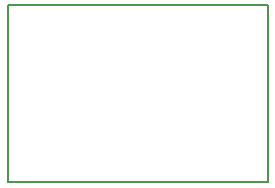
<source format=gbr>
G04 #@! TF.GenerationSoftware,KiCad,Pcbnew,(5.0.2)-1*
G04 #@! TF.CreationDate,2019-03-22T14:25:24+01:00*
G04 #@! TF.ProjectId,TPS63031,54505336-3330-4333-912e-6b696361645f,rev?*
G04 #@! TF.SameCoordinates,Original*
G04 #@! TF.FileFunction,Profile,NP*
%FSLAX46Y46*%
G04 Gerber Fmt 4.6, Leading zero omitted, Abs format (unit mm)*
G04 Created by KiCad (PCBNEW (5.0.2)-1) date 03/22/19 14:25:24*
%MOMM*%
%LPD*%
G01*
G04 APERTURE LIST*
%ADD10C,0.200000*%
G04 APERTURE END LIST*
D10*
X145000000Y-100000000D02*
X145000000Y-85000000D01*
X167000000Y-100000000D02*
X145000000Y-100000000D01*
X167000000Y-85000000D02*
X167000000Y-100000000D01*
X145000000Y-85000000D02*
X167000000Y-85000000D01*
M02*

</source>
